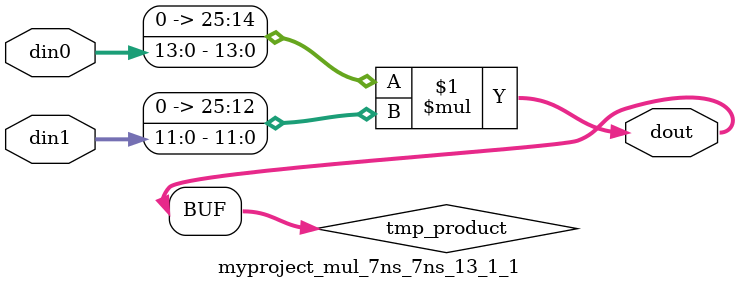
<source format=v>

`timescale 1 ns / 1 ps

 module myproject_mul_7ns_7ns_13_1_1(din0, din1, dout);
parameter ID = 1;
parameter NUM_STAGE = 0;
parameter din0_WIDTH = 14;
parameter din1_WIDTH = 12;
parameter dout_WIDTH = 26;

input [din0_WIDTH - 1 : 0] din0; 
input [din1_WIDTH - 1 : 0] din1; 
output [dout_WIDTH - 1 : 0] dout;

wire signed [dout_WIDTH - 1 : 0] tmp_product;
























assign tmp_product = $signed({1'b0, din0}) * $signed({1'b0, din1});











assign dout = tmp_product;





















endmodule

</source>
